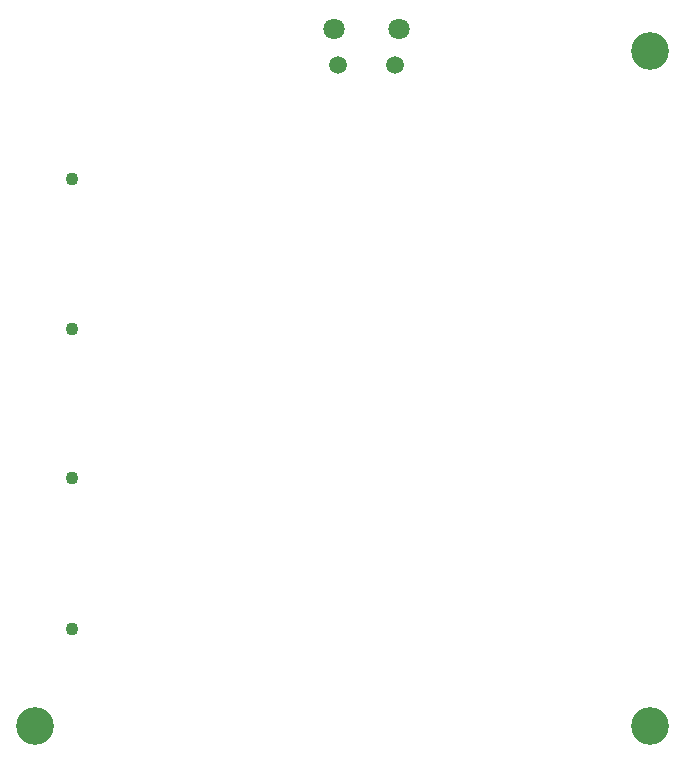
<source format=gbr>
%TF.GenerationSoftware,KiCad,Pcbnew,(6.0.8)*%
%TF.CreationDate,2022-10-30T19:38:10+01:00*%
%TF.ProjectId,fan.picow,66616e2e-7069-4636-9f77-2e6b69636164,rev?*%
%TF.SameCoordinates,Original*%
%TF.FileFunction,NonPlated,1,2,NPTH,Drill*%
%TF.FilePolarity,Positive*%
%FSLAX46Y46*%
G04 Gerber Fmt 4.6, Leading zero omitted, Abs format (unit mm)*
G04 Created by KiCad (PCBNEW (6.0.8)) date 2022-10-30 19:38:11*
%MOMM*%
%LPD*%
G01*
G04 APERTURE LIST*
%TA.AperFunction,ComponentDrill*%
%ADD10C,1.100000*%
%TD*%
%TA.AperFunction,ComponentDrill*%
%ADD11C,1.500000*%
%TD*%
%TA.AperFunction,ComponentDrill*%
%ADD12C,1.800000*%
%TD*%
%TA.AperFunction,ComponentDrill*%
%ADD13C,3.200000*%
%TD*%
G04 APERTURE END LIST*
D10*
%TO.C,J4*%
X122475000Y-56525000D03*
%TO.C,J5*%
X122475000Y-69225000D03*
%TO.C,J3*%
X122475000Y-81915000D03*
%TO.C,J2*%
X122475000Y-94625000D03*
D11*
%TO.C,U1*%
X144996600Y-46898800D03*
X149846600Y-46898800D03*
D12*
X144696600Y-43868800D03*
X150146600Y-43868800D03*
D13*
%TO.C,H2*%
X119380000Y-102870000D03*
%TO.C,H1*%
X171450000Y-45720000D03*
%TO.C,H3*%
X171450000Y-102870000D03*
M02*

</source>
